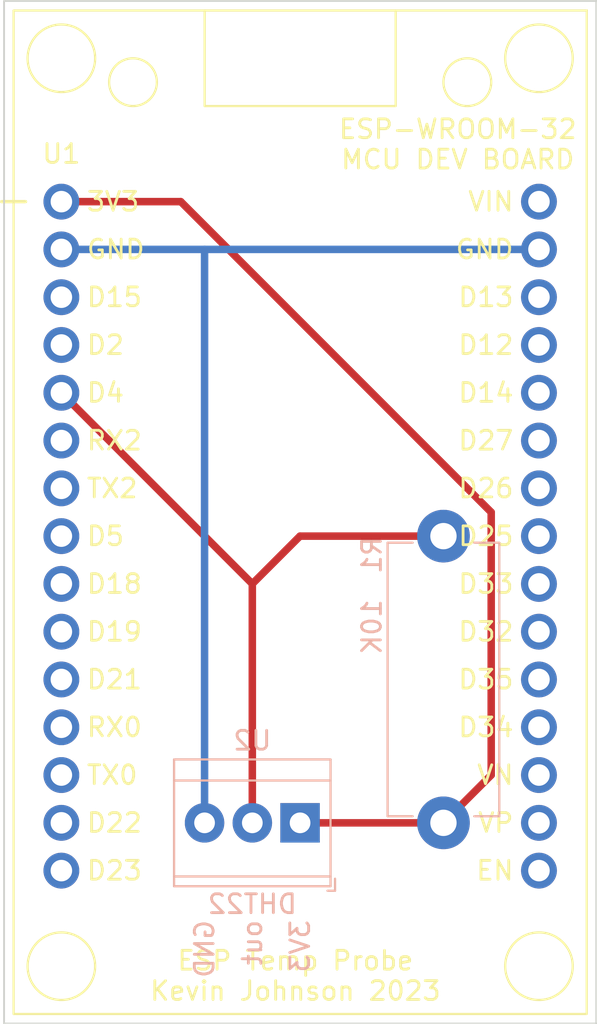
<source format=kicad_pcb>
(kicad_pcb (version 20211014) (generator pcbnew)
  (layers (0 "F.Cu" signal) (31 "B.Cu" signal) (34 "B.Paste" user) (35 "F.Paste" user) (36 "B.SilkS" user "B.Silkscreen") (37 "F.SilkS" user "F.Silkscreen") (38 "B.Mask" user) (39 "F.Mask" user) (44 "Edge.Cuts" user))
  (net 0 "")
  (net 1 "+3V3")
  (net 2 "GND")
  (net 5 "Net-(U1-Pad5)")
  (footprint "temp-sensor:ESP-WROOM-32-MCU" (layer "F.Cu") (at 111.76 80.01)
    (fp_text reference "U1" (at -12.7 -19.05 unlocked) (layer "F.SilkS"))
    (fp_text value "ESP-WROOM-32-MCU")
    (fp_text user "D33" (at 11.43 3.81 unlocked) (layer "F.SilkS") (effects (justify right)))
    (fp_text user "EN" (at 11.43 19.05 unlocked) (layer "F.SilkS") (effects (justify right)))
    (fp_text user "D4" (at -11.43 -6.35 unlocked) (layer "F.SilkS") (effects (justify left)))
    (fp_text user "VN" (at 11.43 13.97 unlocked) (layer "F.SilkS") (effects (justify right)))
    (fp_text user "RX0" (at -11.43 11.43 unlocked) (layer "F.SilkS") (effects (justify left)))
    (fp_text user "D23" (at -11.43 19.05 unlocked) (layer "F.SilkS") (effects (justify left)))
    (fp_text user "GND" (at 11.43 -13.97 unlocked) (layer "F.SilkS") (effects (justify right)))
    (fp_text user "D13" (at 11.43 -11.43 unlocked) (layer "F.SilkS") (effects (justify right)))
    (fp_text user "D34" (at 11.43 11.43 unlocked) (layer "F.SilkS") (effects (justify right)))
    (fp_text user "D18" (at -11.43 3.81 unlocked) (layer "F.SilkS") (effects (justify left)))
    (fp_text user "RX2" (at -11.43 -3.81 unlocked) (layer "F.SilkS") (effects (justify left)))
    (fp_text user "TX2" (at -11.43 -1.27 unlocked) (layer "F.SilkS") (effects (justify left)))
    (fp_text user "D21" (at -11.43 8.89 unlocked) (layer "F.SilkS") (effects (justify left)))
    (fp_text user "D27" (at 11.43 -3.81 unlocked) (layer "F.SilkS") (effects (justify right)))
    (fp_text user "D35" (at 11.43 8.89 unlocked) (layer "F.SilkS") (effects (justify right)))
    (fp_text user "VP" (at 11.43 16.51 unlocked) (layer "F.SilkS") (effects (justify right)))
    (fp_text user "D5" (at -11.43 1.27 unlocked) (layer "F.SilkS") (effects (justify left)))
    (fp_text user "D22" (at -11.43 16.51 unlocked) (layer "F.SilkS") (effects (justify left)))
    (fp_text user "D19" (at -11.43 6.35 unlocked) (layer "F.SilkS") (effects (justify left)))
    (fp_text user "D12" (at 11.43 -8.89 unlocked) (layer "F.SilkS") (effects (justify right)))
    (fp_text user "D15" (at -11.43 -11.43 unlocked) (layer "F.SilkS") (effects (justify left)))
    (fp_text user "3V3" (at -11.43 -16.51 unlocked) (layer "F.SilkS") (effects (justify left)))
    (fp_text user "VIN" (at 11.43 -16.51 unlocked) (layer "F.SilkS") (effects (justify right)))
    (fp_text user "D2" (at -11.43 -8.89 unlocked) (layer "F.SilkS") (effects (justify left)))
    (fp_text user "D32" (at 11.43 6.35 unlocked) (layer "F.SilkS") (effects (justify right)))
    (fp_text user "TX0" (at -11.43 13.97 unlocked) (layer "F.SilkS") (effects (justify left)))
    (fp_text user "D14" (at 11.43 -6.35 unlocked) (layer "F.SilkS") (effects (justify right)))
    (fp_text user "D26" (at 11.43 -1.27 unlocked) (layer "F.SilkS") (effects (justify right)))
    (fp_text user "D25" (at 11.43 1.27 unlocked) (layer "F.SilkS") (effects (justify right)))
    (fp_text user "GND" (at -11.43 -13.97 unlocked) (layer "F.SilkS") (effects (justify left)))
    (fp_line (start -14.605 -16.51) (end -15.875 -16.51) (layer "F.SilkS") (width 0.1778))
    (fp_rect (start -5.08 -26.67) (end 5.08 -21.59) (layer "F.SilkS") (width 0.12) (fill none))
    (fp_rect (start 15.24 -26.67) (end -15.24 26.67) (layer "F.SilkS") (width 0.12) (fill none))
    (fp_circle (center -12.7 24.13) (end -11.43 25.4) (layer "F.SilkS") (width 0.12) (fill none))
    (fp_circle (center -8.89 -22.86) (end -8.89 -21.59) (layer "F.SilkS") (width 0.12) (fill none))
    (fp_circle (center 12.7 -24.13) (end 13.97 -22.86) (layer "F.SilkS") (width 0.12) (fill none))
    (fp_circle (center -12.7 -24.13) (end -11.43 -22.86) (layer "F.SilkS") (width 0.12) (fill none))
    (fp_circle (center 12.7 24.13) (end 13.97 25.4) (layer "F.SilkS") (width 0.12) (fill none))
    (fp_circle (center 8.89 -22.86) (end 8.89 -21.59) (layer "F.SilkS") (width 0.12) (fill none))
    (pad "1" thru_hole circle (at -12.7 -16.51) (size 1.905 1.905) (drill 1.143) (layers *.Cu *.Mask) (net 1 "+3V3"))
    (pad "2" thru_hole circle (at -12.7 -13.97) (size 1.905 1.905) (drill 1.143) (layers *.Cu *.Mask) (net 2 "GND"))
    (pad "3" thru_hole circle (at -12.7 -11.43) (size 1.905 1.905) (drill 1.143) (layers *.Cu *.Mask))
    (pad "4" thru_hole circle (at -12.7 -8.89) (size 1.905 1.905) (drill 1.143) (layers *.Cu *.Mask))
    (pad "5" thru_hole circle (at -12.7 -6.35) (size 1.905 1.905) (drill 1.143) (layers *.Cu *.Mask) (net 5 "Net-(U1-Pad5)"))
    (pad "6" thru_hole circle (at -12.7 -3.81) (size 1.905 1.905) (drill 1.143) (layers *.Cu *.Mask))
    (pad "7" thru_hole circle (at -12.7 -1.27) (size 1.905 1.905) (drill 1.143) (layers *.Cu *.Mask))
    (pad "8" thru_hole circle (at -12.7 1.27) (size 1.905 1.905) (drill 1.143) (layers *.Cu *.Mask))
    (pad "9" thru_hole circle (at -12.7 3.81) (size 1.905 1.905) (drill 1.143) (layers *.Cu *.Mask))
    (pad "10" thru_hole circle (at -12.7 6.35) (size 1.905 1.905) (drill 1.143) (layers *.Cu *.Mask))
    (pad "11" thru_hole circle (at -12.7 8.89) (size 1.905 1.905) (drill 1.143) (layers *.Cu *.Mask))
    (pad "12" thru_hole circle (at -12.7 11.43) (size 1.905 1.905) (drill 1.143) (layers *.Cu *.Mask))
    (pad "13" thru_hole circle (at -12.7 13.97) (size 1.905 1.905) (drill 1.143) (layers *.Cu *.Mask))
    (pad "14" thru_hole circle (at -12.7 16.51) (size 1.905 1.905) (drill 1.143) (layers *.Cu *.Mask))
    (pad "15" thru_hole circle (at -12.7 19.05) (size 1.905 1.905) (drill 1.143) (layers *.Cu *.Mask))
    (pad "16" thru_hole circle (at 12.7 -16.51) (size 1.905 1.905) (drill 1.143) (layers *.Cu *.Mask))
    (pad "17" thru_hole circle (at 12.7 -13.97) (size 1.905 1.905) (drill 1.143) (layers *.Cu *.Mask) (net 2 "GND"))
    (pad "18" thru_hole circle (at 12.7 -11.43) (size 1.905 1.905) (drill 1.143) (layers *.Cu *.Mask))
    (pad "19" thru_hole circle (at 12.7 -8.89) (size 1.905 1.905) (drill 1.143) (layers *.Cu *.Mask))
    (pad "20" thru_hole circle (at 12.7 -6.35) (size 1.905 1.905) (drill 1.143) (layers *.Cu *.Mask))
    (pad "21" thru_hole circle (at 12.7 -3.81) (size 1.905 1.905) (drill 1.143) (layers *.Cu *.Mask))
    (pad "22" thru_hole circle (at 12.7 -1.27) (size 1.905 1.905) (drill 1.143) (layers *.Cu *.Mask))
    (pad "23" thru_hole circle (at 12.7 1.27) (size 1.905 1.905) (drill 1.143) (layers *.Cu *.Mask))
    (pad "24" thru_hole circle (at 12.7 3.81) (size 1.905 1.905) (drill 1.143) (layers *.Cu *.Mask))
    (pad "25" thru_hole circle (at 12.7 6.35) (size 1.905 1.905) (drill 1.143) (layers *.Cu *.Mask))
    (pad "26" thru_hole circle (at 12.7 8.89) (size 1.905 1.905) (drill 1.143) (layers *.Cu *.Mask))
    (pad "27" thru_hole circle (at 12.7 11.43) (size 1.905 1.905) (drill 1.143) (layers *.Cu *.Mask))
    (pad "28" thru_hole circle (at 12.7 13.97) (size 1.905 1.905) (drill 1.143) (layers *.Cu *.Mask))
    (pad "29" thru_hole circle (at 12.7 16.51) (size 1.905 1.905) (drill 1.143) (layers *.Cu *.Mask))
    (pad "30" thru_hole circle (at 12.7 19.05) (size 1.905 1.905) (drill 1.143) (layers *.Cu *.Mask))
  )
  (footprint "TerminalBlock_TE-Connectivity:TerminalBlock_TE_282834-3_1x03_P2.54mm_Horizontal" (layer "B.Cu") (at 111.755 96.52 180)
    (fp_text reference "U2" (at 2.54 4.37) (layer "B.SilkS") (effects (justify mirror)))
    (fp_text value "DHT22")
    (fp_line (start 6.7 3.37) (end 6.7 -3.37) (layer "B.SilkS") (width 0.12))
    (fp_line (start -1.62 3.37) (end 6.7 3.37) (layer "B.SilkS") (width 0.12))
    (fp_line (start -1.62 3.37) (end -1.62 -3.37) (layer "B.SilkS") (width 0.12))
    (fp_line (start -1.62 2.25) (end 6.7 2.25) (layer "B.SilkS") (width 0.12))
    (fp_line (start -1.62 -2.85) (end 6.7 -2.85) (layer "B.SilkS") (width 0.12))
    (fp_line (start -1.62 -3.37) (end 6.7 -3.37) (layer "B.SilkS") (width 0.12))
    (fp_line (start -1.86 -3.61) (end -1.46 -3.61) (layer "B.SilkS") (width 0.12))
    (fp_line (start -1.86 -2.97) (end -1.86 -3.61) (layer "B.SilkS") (width 0.12))
    (pad "1" thru_hole rect (at 0 0 180) (size 2.1 2.1) (drill 1.1) (layers *.Cu *.Mask) (net 1 "+3V3"))
    (pad "2" thru_hole circle (at 2.54 0 180) (size 2.1 2.1) (drill 1.1) (layers *.Cu *.Mask) (net 5 "Net-(U1-Pad5)"))
    (pad "3" thru_hole circle (at 5.08 0 180) (size 2.1 2.1) (drill 1.1) (layers *.Cu *.Mask) (net 2 "GND"))
  )
  (footprint "Resistor_THT:R_Axial_DIN0614_L14.3mm_D5.7mm_P15.24mm_Horizontal" (layer "B.Cu") (at 119.38 96.52 90)
    (fp_text reference "R1" (at 14.224 -3.81 90) (layer "B.SilkS") (effects (justify mirror)))
    (fp_text value "10K")
    (fp_line (start 0.35 2.97) (end 14.89 2.97) (layer "B.SilkS") (width 0.12))
    (fp_line (start 0.35 1.64) (end 0.35 2.97) (layer "B.SilkS") (width 0.12))
    (fp_line (start 0.35 -2.97) (end 14.89 -2.97) (layer "B.SilkS") (width 0.12))
    (fp_line (start 0.35 -1.64) (end 0.35 -2.97) (layer "B.SilkS") (width 0.12))
    (fp_line (start 14.89 2.97) (end 14.89 1.64) (layer "B.SilkS") (width 0.12))
    (fp_line (start 14.89 -2.97) (end 14.89 -1.64) (layer "B.SilkS") (width 0.12))
    (pad "1" thru_hole circle (at 0 0 90) (size 2.8 2.8) (drill 1.4) (layers *.Cu *.Mask) (net 1 "+3V3"))
    (pad "2" thru_hole oval (at 15.24 0 90) (size 2.8 2.8) (drill 1.4) (layers *.Cu *.Mask) (net 5 "Net-(U1-Pad5)"))
  )
  (gr_rect (start 96.012 52.832) (end 127.508 107.188) (layer "Edge.Cuts") (width 0.1) (fill none))
  (gr_text "10K" (at 115.57 86.106 -270) (layer "B.SilkS") (effects (font (size 1 1)) (justify mirror)))
  (gr_text "3V3\n" (at 111.755 101.6 90) (layer "B.SilkS") (effects (font (size 1 1)) (justify left mirror)))
  (gr_text "out" (at 109.215 101.6 90) (layer "B.SilkS") (effects (font (size 1 1)) (justify left mirror)))
  (gr_text "DHT22" (at 109.215 100.838) (layer "B.SilkS") (effects (font (size 1 1)) (justify mirror)))
  (gr_text "GND" (at 106.675 101.6 90) (layer "B.SilkS") (effects (font (size 1 1)) (justify left mirror)))
  (gr_text "ESP Temp Probe\nKevin Johnson 2023" (at 111.506 104.648) (layer "F.SilkS") (effects (font (size 1 1))))
  (gr_text "ESP-WROOM-32\nMCU DEV BOARD" (at 120.142 60.452) (layer "F.SilkS") (effects (font (size 1 1))))
  (segment (start 105.41 63.5) (end 99.06 63.5) (width 0.4) (layer "F.Cu") (net 1))
  (segment (start 121.92 80.01) (end 105.41 63.5) (width 0.4) (layer "F.Cu") (net 1))
  (segment (start 111.755 96.52) (end 119.38 96.52) (width 0.4) (layer "F.Cu") (net 1))
  (segment (start 121.92 93.98) (end 121.92 80.01) (width 0.4) (layer "F.Cu") (net 1))
  (segment (start 119.38 96.52) (end 121.92 93.98) (width 0.4) (layer "F.Cu") (net 1))
  (segment (start 106.68 66.04) (end 124.46 66.04) (width 0.4) (layer "B.Cu") (net 2))
  (segment (start 106.675 66.045) (end 106.68 66.04) (width 0.4) (layer "B.Cu") (net 2))
  (segment (start 106.675 96.52) (end 106.675 66.045) (width 0.4) (layer "B.Cu") (net 2))
  (segment (start 106.68 66.04) (end 99.06 66.04) (width 0.4) (layer "B.Cu") (net 2))
  (segment (start 111.75 81.28) (end 119.38 81.28) (width 0.4) (layer "F.Cu") (net 5))
  (segment (start 109.215 83.815) (end 111.75 81.28) (width 0.4) (layer "F.Cu") (net 5))
  (segment (start 109.215 83.815) (end 99.06 73.66) (width 0.4) (layer "F.Cu") (net 5))
  (segment (start 109.215 96.52) (end 109.215 83.815) (width 0.4) (layer "F.Cu") (net 5))
)
</source>
